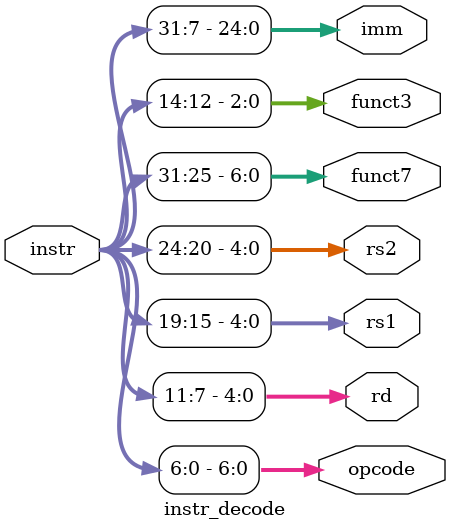
<source format=v>
`timescale 1ns / 1ps


module instr_decode(

    input  wire [31:0] instr,
    
    output wire [6:0] opcode,
    output wire [4:0] rd, rs1, rs2,
    output wire [6:0] funct7,
    output wire [2:0] funct3,
    
    output wire [24:0] imm // Maximum possible immediate value that might be fetched

);
    
    // Refer to RISCV instruction formats RISCV-Reference Sheet.
    
    // Assignment according to R-type instruction 
    assign opcode   = instr[6:0]; // Opcode
    assign rd       = instr[11:7]; // Destination Register
    assign funct3   = instr[14:12]; // Funct3 Field, used along with opcode to identify instr
    assign rs1      = instr[19:15]; // Source Register 1
    assign rs2      = instr[24:20]; // Source Register 2
    assign funct7   = instr[31:25]; // Funct7 - Used with R type instructions
    
    // Control unit will decide which signals to use based on op type
    assign imm      = instr[31:7]; // All possible combinations of immediate will be possible within this
    
endmodule

</source>
